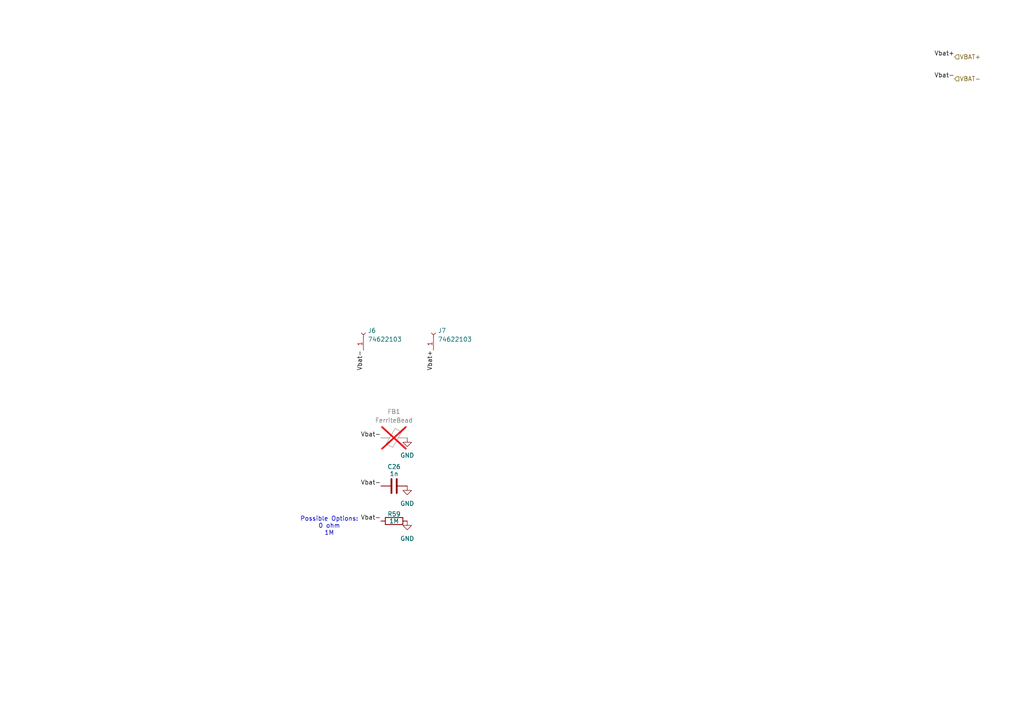
<source format=kicad_sch>
(kicad_sch
	(version 20250114)
	(generator "eeschema")
	(generator_version "9.0")
	(uuid "a65acceb-3839-4e59-b66e-ab3429d1f420")
	(paper "A4")
	(lib_symbols
		(symbol "Connector:Conn_01x01_Socket"
			(pin_names
				(offset 1.016)
				(hide yes)
			)
			(exclude_from_sim no)
			(in_bom yes)
			(on_board yes)
			(property "Reference" "J"
				(at 0 2.54 0)
				(effects
					(font
						(size 1.27 1.27)
					)
				)
			)
			(property "Value" "Conn_01x01_Socket"
				(at 0 -2.54 0)
				(effects
					(font
						(size 1.27 1.27)
					)
				)
			)
			(property "Footprint" ""
				(at 0 0 0)
				(effects
					(font
						(size 1.27 1.27)
					)
					(hide yes)
				)
			)
			(property "Datasheet" "~"
				(at 0 0 0)
				(effects
					(font
						(size 1.27 1.27)
					)
					(hide yes)
				)
			)
			(property "Description" "Generic connector, single row, 01x01, script generated"
				(at 0 0 0)
				(effects
					(font
						(size 1.27 1.27)
					)
					(hide yes)
				)
			)
			(property "ki_locked" ""
				(at 0 0 0)
				(effects
					(font
						(size 1.27 1.27)
					)
				)
			)
			(property "ki_keywords" "connector"
				(at 0 0 0)
				(effects
					(font
						(size 1.27 1.27)
					)
					(hide yes)
				)
			)
			(property "ki_fp_filters" "Connector*:*_1x??_*"
				(at 0 0 0)
				(effects
					(font
						(size 1.27 1.27)
					)
					(hide yes)
				)
			)
			(symbol "Conn_01x01_Socket_1_1"
				(polyline
					(pts
						(xy -1.27 0) (xy -0.508 0)
					)
					(stroke
						(width 0.1524)
						(type default)
					)
					(fill
						(type none)
					)
				)
				(arc
					(start 0 -0.508)
					(mid -0.5058 0)
					(end 0 0.508)
					(stroke
						(width 0.1524)
						(type default)
					)
					(fill
						(type none)
					)
				)
				(pin passive line
					(at -5.08 0 0)
					(length 3.81)
					(name "Pin_1"
						(effects
							(font
								(size 1.27 1.27)
							)
						)
					)
					(number "1"
						(effects
							(font
								(size 1.27 1.27)
							)
						)
					)
				)
			)
			(embedded_fonts no)
		)
		(symbol "Device:C"
			(pin_numbers
				(hide yes)
			)
			(pin_names
				(offset 0.254)
			)
			(exclude_from_sim no)
			(in_bom yes)
			(on_board yes)
			(property "Reference" "C"
				(at 0.635 2.54 0)
				(effects
					(font
						(size 1.27 1.27)
					)
					(justify left)
				)
			)
			(property "Value" "C"
				(at 0.635 -2.54 0)
				(effects
					(font
						(size 1.27 1.27)
					)
					(justify left)
				)
			)
			(property "Footprint" ""
				(at 0.9652 -3.81 0)
				(effects
					(font
						(size 1.27 1.27)
					)
					(hide yes)
				)
			)
			(property "Datasheet" "~"
				(at 0 0 0)
				(effects
					(font
						(size 1.27 1.27)
					)
					(hide yes)
				)
			)
			(property "Description" "Unpolarized capacitor"
				(at 0 0 0)
				(effects
					(font
						(size 1.27 1.27)
					)
					(hide yes)
				)
			)
			(property "ki_keywords" "cap capacitor"
				(at 0 0 0)
				(effects
					(font
						(size 1.27 1.27)
					)
					(hide yes)
				)
			)
			(property "ki_fp_filters" "C_*"
				(at 0 0 0)
				(effects
					(font
						(size 1.27 1.27)
					)
					(hide yes)
				)
			)
			(symbol "C_0_1"
				(polyline
					(pts
						(xy -2.032 0.762) (xy 2.032 0.762)
					)
					(stroke
						(width 0.508)
						(type default)
					)
					(fill
						(type none)
					)
				)
				(polyline
					(pts
						(xy -2.032 -0.762) (xy 2.032 -0.762)
					)
					(stroke
						(width 0.508)
						(type default)
					)
					(fill
						(type none)
					)
				)
			)
			(symbol "C_1_1"
				(pin passive line
					(at 0 3.81 270)
					(length 2.794)
					(name "~"
						(effects
							(font
								(size 1.27 1.27)
							)
						)
					)
					(number "1"
						(effects
							(font
								(size 1.27 1.27)
							)
						)
					)
				)
				(pin passive line
					(at 0 -3.81 90)
					(length 2.794)
					(name "~"
						(effects
							(font
								(size 1.27 1.27)
							)
						)
					)
					(number "2"
						(effects
							(font
								(size 1.27 1.27)
							)
						)
					)
				)
			)
			(embedded_fonts no)
		)
		(symbol "Device:FerriteBead"
			(pin_numbers
				(hide yes)
			)
			(pin_names
				(offset 0)
			)
			(exclude_from_sim no)
			(in_bom yes)
			(on_board yes)
			(property "Reference" "FB"
				(at -3.81 0.635 90)
				(effects
					(font
						(size 1.27 1.27)
					)
				)
			)
			(property "Value" "FerriteBead"
				(at 3.81 0 90)
				(effects
					(font
						(size 1.27 1.27)
					)
				)
			)
			(property "Footprint" ""
				(at -1.778 0 90)
				(effects
					(font
						(size 1.27 1.27)
					)
					(hide yes)
				)
			)
			(property "Datasheet" "~"
				(at 0 0 0)
				(effects
					(font
						(size 1.27 1.27)
					)
					(hide yes)
				)
			)
			(property "Description" "Ferrite bead"
				(at 0 0 0)
				(effects
					(font
						(size 1.27 1.27)
					)
					(hide yes)
				)
			)
			(property "ki_keywords" "L ferrite bead inductor filter"
				(at 0 0 0)
				(effects
					(font
						(size 1.27 1.27)
					)
					(hide yes)
				)
			)
			(property "ki_fp_filters" "Inductor_* L_* *Ferrite*"
				(at 0 0 0)
				(effects
					(font
						(size 1.27 1.27)
					)
					(hide yes)
				)
			)
			(symbol "FerriteBead_0_1"
				(polyline
					(pts
						(xy -2.7686 0.4064) (xy -1.7018 2.2606) (xy 2.7686 -0.3048) (xy 1.6764 -2.159) (xy -2.7686 0.4064)
					)
					(stroke
						(width 0)
						(type default)
					)
					(fill
						(type none)
					)
				)
				(polyline
					(pts
						(xy 0 1.27) (xy 0 1.2954)
					)
					(stroke
						(width 0)
						(type default)
					)
					(fill
						(type none)
					)
				)
				(polyline
					(pts
						(xy 0 -1.27) (xy 0 -1.2192)
					)
					(stroke
						(width 0)
						(type default)
					)
					(fill
						(type none)
					)
				)
			)
			(symbol "FerriteBead_1_1"
				(pin passive line
					(at 0 3.81 270)
					(length 2.54)
					(name "~"
						(effects
							(font
								(size 1.27 1.27)
							)
						)
					)
					(number "1"
						(effects
							(font
								(size 1.27 1.27)
							)
						)
					)
				)
				(pin passive line
					(at 0 -3.81 90)
					(length 2.54)
					(name "~"
						(effects
							(font
								(size 1.27 1.27)
							)
						)
					)
					(number "2"
						(effects
							(font
								(size 1.27 1.27)
							)
						)
					)
				)
			)
			(embedded_fonts no)
		)
		(symbol "Device:R"
			(pin_numbers
				(hide yes)
			)
			(pin_names
				(offset 0)
			)
			(exclude_from_sim no)
			(in_bom yes)
			(on_board yes)
			(property "Reference" "R"
				(at 2.032 0 90)
				(effects
					(font
						(size 1.27 1.27)
					)
				)
			)
			(property "Value" "R"
				(at 0 0 90)
				(effects
					(font
						(size 1.27 1.27)
					)
				)
			)
			(property "Footprint" ""
				(at -1.778 0 90)
				(effects
					(font
						(size 1.27 1.27)
					)
					(hide yes)
				)
			)
			(property "Datasheet" "~"
				(at 0 0 0)
				(effects
					(font
						(size 1.27 1.27)
					)
					(hide yes)
				)
			)
			(property "Description" "Resistor"
				(at 0 0 0)
				(effects
					(font
						(size 1.27 1.27)
					)
					(hide yes)
				)
			)
			(property "ki_keywords" "R res resistor"
				(at 0 0 0)
				(effects
					(font
						(size 1.27 1.27)
					)
					(hide yes)
				)
			)
			(property "ki_fp_filters" "R_*"
				(at 0 0 0)
				(effects
					(font
						(size 1.27 1.27)
					)
					(hide yes)
				)
			)
			(symbol "R_0_1"
				(rectangle
					(start -1.016 -2.54)
					(end 1.016 2.54)
					(stroke
						(width 0.254)
						(type default)
					)
					(fill
						(type none)
					)
				)
			)
			(symbol "R_1_1"
				(pin passive line
					(at 0 3.81 270)
					(length 1.27)
					(name "~"
						(effects
							(font
								(size 1.27 1.27)
							)
						)
					)
					(number "1"
						(effects
							(font
								(size 1.27 1.27)
							)
						)
					)
				)
				(pin passive line
					(at 0 -3.81 90)
					(length 1.27)
					(name "~"
						(effects
							(font
								(size 1.27 1.27)
							)
						)
					)
					(number "2"
						(effects
							(font
								(size 1.27 1.27)
							)
						)
					)
				)
			)
			(embedded_fonts no)
		)
		(symbol "power:GND"
			(power)
			(pin_numbers
				(hide yes)
			)
			(pin_names
				(offset 0)
				(hide yes)
			)
			(exclude_from_sim no)
			(in_bom yes)
			(on_board yes)
			(property "Reference" "#PWR"
				(at 0 -6.35 0)
				(effects
					(font
						(size 1.27 1.27)
					)
					(hide yes)
				)
			)
			(property "Value" "GND"
				(at 0 -3.81 0)
				(effects
					(font
						(size 1.27 1.27)
					)
				)
			)
			(property "Footprint" ""
				(at 0 0 0)
				(effects
					(font
						(size 1.27 1.27)
					)
					(hide yes)
				)
			)
			(property "Datasheet" ""
				(at 0 0 0)
				(effects
					(font
						(size 1.27 1.27)
					)
					(hide yes)
				)
			)
			(property "Description" "Power symbol creates a global label with name \"GND\" , ground"
				(at 0 0 0)
				(effects
					(font
						(size 1.27 1.27)
					)
					(hide yes)
				)
			)
			(property "ki_keywords" "global power"
				(at 0 0 0)
				(effects
					(font
						(size 1.27 1.27)
					)
					(hide yes)
				)
			)
			(symbol "GND_0_1"
				(polyline
					(pts
						(xy 0 0) (xy 0 -1.27) (xy 1.27 -1.27) (xy 0 -2.54) (xy -1.27 -1.27) (xy 0 -1.27)
					)
					(stroke
						(width 0)
						(type default)
					)
					(fill
						(type none)
					)
				)
			)
			(symbol "GND_1_1"
				(pin power_in line
					(at 0 0 270)
					(length 0)
					(name "~"
						(effects
							(font
								(size 1.27 1.27)
							)
						)
					)
					(number "1"
						(effects
							(font
								(size 1.27 1.27)
							)
						)
					)
				)
			)
			(embedded_fonts no)
		)
	)
	(text "Possible Options:\n0 ohm\n1M"
		(exclude_from_sim no)
		(at 95.504 152.654 0)
		(effects
			(font
				(size 1.27 1.27)
			)
		)
		(uuid "0a39896f-4551-4ea7-8d0b-d848b0f31a01")
	)
	(label "Vbat-"
		(at 105.41 101.6 270)
		(effects
			(font
				(size 1.27 1.27)
			)
			(justify right bottom)
		)
		(uuid "2c77e124-d4a6-4cca-891c-f487f408fc36")
	)
	(label "Vbat-"
		(at 276.86 22.86 180)
		(effects
			(font
				(size 1.27 1.27)
			)
			(justify right bottom)
		)
		(uuid "48458cbd-699b-4f13-8dce-bac212c1a291")
	)
	(label "Vbat-"
		(at 110.49 151.13 180)
		(effects
			(font
				(size 1.27 1.27)
			)
			(justify right bottom)
		)
		(uuid "52074892-cdc7-4e80-a7e9-4885078b32ff")
	)
	(label "Vbat+"
		(at 276.86 16.51 180)
		(effects
			(font
				(size 1.27 1.27)
			)
			(justify right bottom)
		)
		(uuid "7846bd9f-c23f-4c20-a363-01ff26bffe6c")
	)
	(label "Vbat-"
		(at 110.49 140.97 180)
		(effects
			(font
				(size 1.27 1.27)
			)
			(justify right bottom)
		)
		(uuid "7f3900d0-4245-4728-aff0-08fb5ea7168a")
	)
	(label "Vbat-"
		(at 110.49 127 180)
		(effects
			(font
				(size 1.27 1.27)
			)
			(justify right bottom)
		)
		(uuid "8cf393a3-2d60-4fcb-aa3c-d1fd5e87a2c8")
	)
	(label "Vbat+"
		(at 125.73 101.6 270)
		(effects
			(font
				(size 1.27 1.27)
			)
			(justify right bottom)
		)
		(uuid "ce88c0b4-3664-4b17-89a4-29a1877b1d4e")
	)
	(hierarchical_label "VBAT-"
		(shape input)
		(at 276.86 22.86 0)
		(effects
			(font
				(size 1.27 1.27)
			)
			(justify left)
		)
		(uuid "11ae07a7-e0e7-4233-b355-cb12bf98413d")
	)
	(hierarchical_label "VBAT+"
		(shape input)
		(at 276.86 16.51 0)
		(effects
			(font
				(size 1.27 1.27)
			)
			(justify left)
		)
		(uuid "5e2b2f8b-7821-4fd5-8b34-9d68d8600b89")
	)
	(symbol
		(lib_id "Connector:Conn_01x01_Socket")
		(at 105.41 96.52 90)
		(unit 1)
		(exclude_from_sim no)
		(in_bom yes)
		(on_board yes)
		(dnp no)
		(fields_autoplaced yes)
		(uuid "0bf0ebbc-68df-404a-9816-04e94663e029")
		(property "Reference" "J6"
			(at 106.68 95.8849 90)
			(effects
				(font
					(size 1.27 1.27)
				)
				(justify right)
			)
		)
		(property "Value" "74622103"
			(at 106.68 98.4249 90)
			(effects
				(font
					(size 1.27 1.27)
				)
				(justify right)
			)
		)
		(property "Footprint" "Library:WP-RAFE_74622103"
			(at 105.41 96.52 0)
			(effects
				(font
					(size 1.27 1.27)
				)
				(hide yes)
			)
		)
		(property "Datasheet" "~"
			(at 105.41 96.52 0)
			(effects
				(font
					(size 1.27 1.27)
				)
				(hide yes)
			)
		)
		(property "Description" "74622103"
			(at 105.41 96.52 0)
			(effects
				(font
					(size 1.27 1.27)
				)
				(hide yes)
			)
		)
		(pin "1"
			(uuid "4fb60d2d-dc5e-4d27-9a35-7b59b10f7425")
		)
		(instances
			(project "BenchTest2_MIC4606"
				(path "/5c5197d3-4aa5-4f8b-b790-1e4b8d49fd62/d7319d32-1664-4e1a-811f-1e8bb95f31f4"
					(reference "J6")
					(unit 1)
				)
			)
		)
	)
	(symbol
		(lib_id "Connector:Conn_01x01_Socket")
		(at 125.73 96.52 90)
		(unit 1)
		(exclude_from_sim no)
		(in_bom yes)
		(on_board yes)
		(dnp no)
		(fields_autoplaced yes)
		(uuid "1dbe71a7-241f-479e-8466-8273a2df50ee")
		(property "Reference" "J7"
			(at 127 95.8849 90)
			(effects
				(font
					(size 1.27 1.27)
				)
				(justify right)
			)
		)
		(property "Value" "74622103"
			(at 127 98.4249 90)
			(effects
				(font
					(size 1.27 1.27)
				)
				(justify right)
			)
		)
		(property "Footprint" "Library:WP-RAFE_74622103"
			(at 125.73 96.52 0)
			(effects
				(font
					(size 1.27 1.27)
				)
				(hide yes)
			)
		)
		(property "Datasheet" "~"
			(at 125.73 96.52 0)
			(effects
				(font
					(size 1.27 1.27)
				)
				(hide yes)
			)
		)
		(property "Description" "74622103"
			(at 125.73 96.52 0)
			(effects
				(font
					(size 1.27 1.27)
				)
				(hide yes)
			)
		)
		(pin "1"
			(uuid "e5fe1465-a38d-4273-b568-738a33f7caf9")
		)
		(instances
			(project "BenchTest2_MIC4606"
				(path "/5c5197d3-4aa5-4f8b-b790-1e4b8d49fd62/d7319d32-1664-4e1a-811f-1e8bb95f31f4"
					(reference "J7")
					(unit 1)
				)
			)
		)
	)
	(symbol
		(lib_id "power:GND")
		(at 118.11 151.13 0)
		(unit 1)
		(exclude_from_sim no)
		(in_bom yes)
		(on_board yes)
		(dnp no)
		(fields_autoplaced yes)
		(uuid "26c82da7-9025-4ec5-a0e1-7a43f7540a31")
		(property "Reference" "#PWR036"
			(at 118.11 157.48 0)
			(effects
				(font
					(size 1.27 1.27)
				)
				(hide yes)
			)
		)
		(property "Value" "GND"
			(at 118.11 156.21 0)
			(effects
				(font
					(size 1.27 1.27)
				)
			)
		)
		(property "Footprint" ""
			(at 118.11 151.13 0)
			(effects
				(font
					(size 1.27 1.27)
				)
				(hide yes)
			)
		)
		(property "Datasheet" ""
			(at 118.11 151.13 0)
			(effects
				(font
					(size 1.27 1.27)
				)
				(hide yes)
			)
		)
		(property "Description" "Power symbol creates a global label with name \"GND\" , ground"
			(at 118.11 151.13 0)
			(effects
				(font
					(size 1.27 1.27)
				)
				(hide yes)
			)
		)
		(pin "1"
			(uuid "3f244101-e071-40f0-ab19-9a671cad7c66")
		)
		(instances
			(project "BenchTest2_MIC4606"
				(path "/5c5197d3-4aa5-4f8b-b790-1e4b8d49fd62/d7319d32-1664-4e1a-811f-1e8bb95f31f4"
					(reference "#PWR036")
					(unit 1)
				)
			)
		)
	)
	(symbol
		(lib_id "Device:R")
		(at 114.3 151.13 90)
		(unit 1)
		(exclude_from_sim no)
		(in_bom yes)
		(on_board yes)
		(dnp no)
		(uuid "7a927839-260f-4a58-8387-c029b1df68eb")
		(property "Reference" "R59"
			(at 114.3 149.098 90)
			(effects
				(font
					(size 1.27 1.27)
				)
			)
		)
		(property "Value" "1M"
			(at 114.3 151.13 90)
			(effects
				(font
					(size 1.27 1.27)
				)
			)
		)
		(property "Footprint" "Resistor_SMD:R_0603_1608Metric_Pad0.98x0.95mm_HandSolder"
			(at 114.3 152.908 90)
			(effects
				(font
					(size 1.27 1.27)
				)
				(hide yes)
			)
		)
		(property "Datasheet" "~"
			(at 114.3 151.13 0)
			(effects
				(font
					(size 1.27 1.27)
				)
				(hide yes)
			)
		)
		(property "Description" "Resistor"
			(at 114.3 151.13 0)
			(effects
				(font
					(size 1.27 1.27)
				)
				(hide yes)
			)
		)
		(pin "2"
			(uuid "ddd24959-a333-4ede-a313-77f45d995b32")
		)
		(pin "1"
			(uuid "bc47c508-517b-49f5-af66-d038f1441ea3")
		)
		(instances
			(project ""
				(path "/5c5197d3-4aa5-4f8b-b790-1e4b8d49fd62/d7319d32-1664-4e1a-811f-1e8bb95f31f4"
					(reference "R59")
					(unit 1)
				)
			)
		)
	)
	(symbol
		(lib_id "power:GND")
		(at 118.11 140.97 0)
		(unit 1)
		(exclude_from_sim no)
		(in_bom yes)
		(on_board yes)
		(dnp no)
		(fields_autoplaced yes)
		(uuid "83ecf457-6012-4fe8-8355-c6728a75a6ab")
		(property "Reference" "#PWR035"
			(at 118.11 147.32 0)
			(effects
				(font
					(size 1.27 1.27)
				)
				(hide yes)
			)
		)
		(property "Value" "GND"
			(at 118.11 146.05 0)
			(effects
				(font
					(size 1.27 1.27)
				)
			)
		)
		(property "Footprint" ""
			(at 118.11 140.97 0)
			(effects
				(font
					(size 1.27 1.27)
				)
				(hide yes)
			)
		)
		(property "Datasheet" ""
			(at 118.11 140.97 0)
			(effects
				(font
					(size 1.27 1.27)
				)
				(hide yes)
			)
		)
		(property "Description" "Power symbol creates a global label with name \"GND\" , ground"
			(at 118.11 140.97 0)
			(effects
				(font
					(size 1.27 1.27)
				)
				(hide yes)
			)
		)
		(pin "1"
			(uuid "6b8456d9-1b2d-4e88-aedc-faa5a09a8c20")
		)
		(instances
			(project "BenchTest2_MIC4606"
				(path "/5c5197d3-4aa5-4f8b-b790-1e4b8d49fd62/d7319d32-1664-4e1a-811f-1e8bb95f31f4"
					(reference "#PWR035")
					(unit 1)
				)
			)
		)
	)
	(symbol
		(lib_id "power:GND")
		(at 118.11 127 0)
		(unit 1)
		(exclude_from_sim no)
		(in_bom yes)
		(on_board yes)
		(dnp no)
		(fields_autoplaced yes)
		(uuid "a90b8251-035f-46b0-a3ee-b7ddf4546024")
		(property "Reference" "#PWR034"
			(at 118.11 133.35 0)
			(effects
				(font
					(size 1.27 1.27)
				)
				(hide yes)
			)
		)
		(property "Value" "GND"
			(at 118.11 132.08 0)
			(effects
				(font
					(size 1.27 1.27)
				)
			)
		)
		(property "Footprint" ""
			(at 118.11 127 0)
			(effects
				(font
					(size 1.27 1.27)
				)
				(hide yes)
			)
		)
		(property "Datasheet" ""
			(at 118.11 127 0)
			(effects
				(font
					(size 1.27 1.27)
				)
				(hide yes)
			)
		)
		(property "Description" "Power symbol creates a global label with name \"GND\" , ground"
			(at 118.11 127 0)
			(effects
				(font
					(size 1.27 1.27)
				)
				(hide yes)
			)
		)
		(pin "1"
			(uuid "493138f9-2f08-4788-a14b-121071a1c998")
		)
		(instances
			(project ""
				(path "/5c5197d3-4aa5-4f8b-b790-1e4b8d49fd62/d7319d32-1664-4e1a-811f-1e8bb95f31f4"
					(reference "#PWR034")
					(unit 1)
				)
			)
		)
	)
	(symbol
		(lib_id "Device:FerriteBead")
		(at 114.3 127 90)
		(unit 1)
		(exclude_from_sim no)
		(in_bom yes)
		(on_board yes)
		(dnp yes)
		(fields_autoplaced yes)
		(uuid "e5212509-8a07-4875-89c1-ef707aa06f86")
		(property "Reference" "FB1"
			(at 114.2492 119.38 90)
			(effects
				(font
					(size 1.27 1.27)
				)
			)
		)
		(property "Value" "FerriteBead"
			(at 114.2492 121.92 90)
			(effects
				(font
					(size 1.27 1.27)
				)
			)
		)
		(property "Footprint" "Inductor_SMD:L_0805_2012Metric_Pad1.05x1.20mm_HandSolder"
			(at 114.3 128.778 90)
			(effects
				(font
					(size 1.27 1.27)
				)
				(hide yes)
			)
		)
		(property "Datasheet" "~"
			(at 114.3 127 0)
			(effects
				(font
					(size 1.27 1.27)
				)
				(hide yes)
			)
		)
		(property "Description" "Ferrite bead"
			(at 114.3 127 0)
			(effects
				(font
					(size 1.27 1.27)
				)
				(hide yes)
			)
		)
		(pin "1"
			(uuid "2298fa2e-c374-47ea-ad24-9790c3d782aa")
		)
		(pin "2"
			(uuid "ca21ef93-901a-40c9-a55b-ed5f29e0e468")
		)
		(instances
			(project ""
				(path "/5c5197d3-4aa5-4f8b-b790-1e4b8d49fd62/d7319d32-1664-4e1a-811f-1e8bb95f31f4"
					(reference "FB1")
					(unit 1)
				)
			)
		)
	)
	(symbol
		(lib_id "Device:C")
		(at 114.3 140.97 90)
		(unit 1)
		(exclude_from_sim no)
		(in_bom yes)
		(on_board yes)
		(dnp no)
		(uuid "f2368c30-c0cc-4dfb-a659-0991d3a8fb19")
		(property "Reference" "C26"
			(at 114.3 135.382 90)
			(effects
				(font
					(size 1.27 1.27)
				)
			)
		)
		(property "Value" "1n"
			(at 114.3 137.414 90)
			(effects
				(font
					(size 1.27 1.27)
				)
			)
		)
		(property "Footprint" "Capacitor_SMD:C_0603_1608Metric_Pad1.08x0.95mm_HandSolder"
			(at 118.11 140.0048 0)
			(effects
				(font
					(size 1.27 1.27)
				)
				(hide yes)
			)
		)
		(property "Datasheet" "~"
			(at 114.3 140.97 0)
			(effects
				(font
					(size 1.27 1.27)
				)
				(hide yes)
			)
		)
		(property "Description" "Unpolarized capacitor"
			(at 114.3 140.97 0)
			(effects
				(font
					(size 1.27 1.27)
				)
				(hide yes)
			)
		)
		(pin "1"
			(uuid "9f6b9a9a-e95a-44e4-9bc6-932149a60360")
		)
		(pin "2"
			(uuid "79b11513-18c7-481d-ac71-8514ef8001b5")
		)
		(instances
			(project ""
				(path "/5c5197d3-4aa5-4f8b-b790-1e4b8d49fd62/d7319d32-1664-4e1a-811f-1e8bb95f31f4"
					(reference "C26")
					(unit 1)
				)
			)
		)
	)
)

</source>
